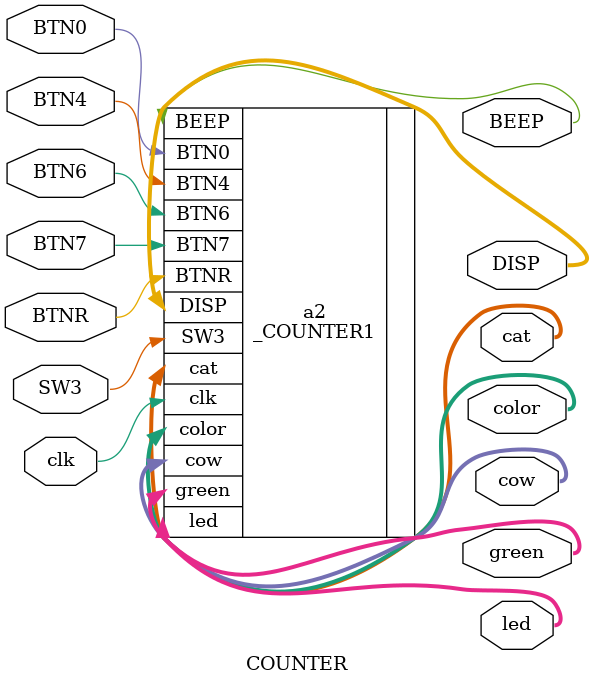
<source format=v>
module COUNTER(BTN6,BTN0,BTN7,BTNR,DISP,clk,cat,BTN4,color,led,
green,SW3,BEEP,
cow);
input BTN0;//¼ÓÈÈ¿ªÊ¼¼ü
input BTN4;//µµÎ»¿ØÖÆ¼ü
input BTN6;//Ê±¼ä¸öÎ»¼ü
input BTN7;//Ê±¼äÊ®Î»¼ü
input BTNR;//ÖØÖÃ¼ü
input clk;//1kHzÊ±ÖÓÐÅºÅ
input SW3;//¿ª¹Ø»ú¼ü


output [7:0]DISP;//ÊýÂë¹ÜÊä³ö 
output [7:0]cat;//ÊýÂë¹ÜÉ¨ÃèÐÅºÅ
output [7:0]green;//µãÕóºìÉ«É¨Ãè
output [7:0]cow;//µãÕóÐÐÉ¨Ãè 
output [7:0]color;//µãÕóÂÌÉ«É¨Ãè
output [7:0]led;//½ø¶ÈÌõ

output BEEP;// ·äÃùÉù 




_COUNTER1 a2(
.BTN0(BTN0),
.BTN6(BTN6),
.BTN7(BTN7),
.BTNR(BTNR),
.clk(clk),
.DISP(DISP),
.cat(cat),
.color(color),
.green(green),
.cow(cow),
.SW3(SW3),
.BEEP(BEEP),
.led(led),
.BTN4(BTN4)
);
endmodule
</source>
